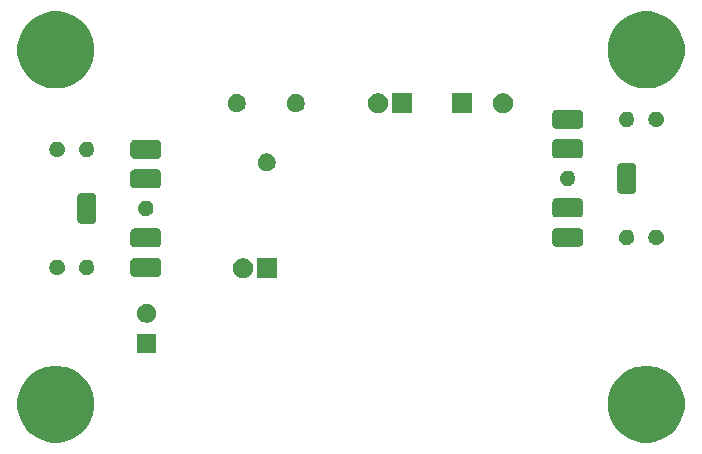
<source format=gbr>
G04 #@! TF.GenerationSoftware,KiCad,Pcbnew,(5.1.5-0-10_14)*
G04 #@! TF.CreationDate,2020-02-11T13:30:23+00:00*
G04 #@! TF.ProjectId,K1889054_A2000_01,4b313838-3930-4353-945f-41323030305f,1.0*
G04 #@! TF.SameCoordinates,Original*
G04 #@! TF.FileFunction,Soldermask,Bot*
G04 #@! TF.FilePolarity,Negative*
%FSLAX46Y46*%
G04 Gerber Fmt 4.6, Leading zero omitted, Abs format (unit mm)*
G04 Created by KiCad (PCBNEW (5.1.5-0-10_14)) date 2020-02-11 13:30:23*
%MOMM*%
%LPD*%
G04 APERTURE LIST*
%ADD10C,0.100000*%
G04 APERTURE END LIST*
D10*
G36*
X155634239Y-111811467D02*
G01*
X155948282Y-111873934D01*
X156539926Y-112119001D01*
X157072392Y-112474784D01*
X157525216Y-112927608D01*
X157880999Y-113460074D01*
X158126066Y-114051718D01*
X158251000Y-114679804D01*
X158251000Y-115320196D01*
X158126066Y-115948282D01*
X157880999Y-116539926D01*
X157525216Y-117072392D01*
X157072392Y-117525216D01*
X156539926Y-117880999D01*
X155948282Y-118126066D01*
X155634239Y-118188533D01*
X155320197Y-118251000D01*
X154679803Y-118251000D01*
X154365761Y-118188533D01*
X154051718Y-118126066D01*
X153460074Y-117880999D01*
X152927608Y-117525216D01*
X152474784Y-117072392D01*
X152119001Y-116539926D01*
X151873934Y-115948282D01*
X151749000Y-115320196D01*
X151749000Y-114679804D01*
X151873934Y-114051718D01*
X152119001Y-113460074D01*
X152474784Y-112927608D01*
X152927608Y-112474784D01*
X153460074Y-112119001D01*
X154051718Y-111873934D01*
X154365761Y-111811467D01*
X154679803Y-111749000D01*
X155320197Y-111749000D01*
X155634239Y-111811467D01*
G37*
G36*
X105634239Y-111811467D02*
G01*
X105948282Y-111873934D01*
X106539926Y-112119001D01*
X107072392Y-112474784D01*
X107525216Y-112927608D01*
X107880999Y-113460074D01*
X108126066Y-114051718D01*
X108251000Y-114679804D01*
X108251000Y-115320196D01*
X108126066Y-115948282D01*
X107880999Y-116539926D01*
X107525216Y-117072392D01*
X107072392Y-117525216D01*
X106539926Y-117880999D01*
X105948282Y-118126066D01*
X105634239Y-118188533D01*
X105320197Y-118251000D01*
X104679803Y-118251000D01*
X104365761Y-118188533D01*
X104051718Y-118126066D01*
X103460074Y-117880999D01*
X102927608Y-117525216D01*
X102474784Y-117072392D01*
X102119001Y-116539926D01*
X101873934Y-115948282D01*
X101749000Y-115320196D01*
X101749000Y-114679804D01*
X101873934Y-114051718D01*
X102119001Y-113460074D01*
X102474784Y-112927608D01*
X102927608Y-112474784D01*
X103460074Y-112119001D01*
X104051718Y-111873934D01*
X104365761Y-111811467D01*
X104679803Y-111749000D01*
X105320197Y-111749000D01*
X105634239Y-111811467D01*
G37*
G36*
X113513000Y-110653000D02*
G01*
X111887000Y-110653000D01*
X111887000Y-109027000D01*
X113513000Y-109027000D01*
X113513000Y-110653000D01*
G37*
G36*
X112937142Y-106518242D02*
G01*
X113085101Y-106579529D01*
X113218255Y-106668499D01*
X113331501Y-106781745D01*
X113420471Y-106914899D01*
X113481758Y-107062858D01*
X113513000Y-107219925D01*
X113513000Y-107380075D01*
X113481758Y-107537142D01*
X113420471Y-107685101D01*
X113331501Y-107818255D01*
X113218255Y-107931501D01*
X113085101Y-108020471D01*
X112937142Y-108081758D01*
X112780075Y-108113000D01*
X112619925Y-108113000D01*
X112462858Y-108081758D01*
X112314899Y-108020471D01*
X112181745Y-107931501D01*
X112068499Y-107818255D01*
X111979529Y-107685101D01*
X111918242Y-107537142D01*
X111887000Y-107380075D01*
X111887000Y-107219925D01*
X111918242Y-107062858D01*
X111979529Y-106914899D01*
X112068499Y-106781745D01*
X112181745Y-106668499D01*
X112314899Y-106579529D01*
X112462858Y-106518242D01*
X112619925Y-106487000D01*
X112780075Y-106487000D01*
X112937142Y-106518242D01*
G37*
G36*
X123711000Y-104341000D02*
G01*
X122009000Y-104341000D01*
X122009000Y-102639000D01*
X123711000Y-102639000D01*
X123711000Y-104341000D01*
G37*
G36*
X121108228Y-102671703D02*
G01*
X121263100Y-102735853D01*
X121402481Y-102828985D01*
X121521015Y-102947519D01*
X121614147Y-103086900D01*
X121678297Y-103241772D01*
X121711000Y-103406184D01*
X121711000Y-103573816D01*
X121678297Y-103738228D01*
X121614147Y-103893100D01*
X121521015Y-104032481D01*
X121402481Y-104151015D01*
X121263100Y-104244147D01*
X121108228Y-104308297D01*
X120943816Y-104341000D01*
X120776184Y-104341000D01*
X120611772Y-104308297D01*
X120456900Y-104244147D01*
X120317519Y-104151015D01*
X120198985Y-104032481D01*
X120105853Y-103893100D01*
X120041703Y-103738228D01*
X120009000Y-103573816D01*
X120009000Y-103406184D01*
X120041703Y-103241772D01*
X120105853Y-103086900D01*
X120198985Y-102947519D01*
X120317519Y-102828985D01*
X120456900Y-102735853D01*
X120611772Y-102671703D01*
X120776184Y-102639000D01*
X120943816Y-102639000D01*
X121108228Y-102671703D01*
G37*
G36*
X113648823Y-102616087D02*
G01*
X113712111Y-102635286D01*
X113770449Y-102666468D01*
X113821575Y-102708425D01*
X113863532Y-102759551D01*
X113894714Y-102817889D01*
X113913913Y-102881177D01*
X113921000Y-102953138D01*
X113921000Y-103866862D01*
X113913913Y-103938823D01*
X113894714Y-104002111D01*
X113863532Y-104060449D01*
X113821575Y-104111575D01*
X113770449Y-104153532D01*
X113712111Y-104184714D01*
X113648823Y-104203913D01*
X113576862Y-104211000D01*
X111663138Y-104211000D01*
X111591177Y-104203913D01*
X111527889Y-104184714D01*
X111469551Y-104153532D01*
X111418425Y-104111575D01*
X111376468Y-104060449D01*
X111345286Y-104002111D01*
X111326087Y-103938823D01*
X111319000Y-103866862D01*
X111319000Y-102953138D01*
X111326087Y-102881177D01*
X111345286Y-102817889D01*
X111376468Y-102759551D01*
X111418425Y-102708425D01*
X111469551Y-102666468D01*
X111527889Y-102635286D01*
X111591177Y-102616087D01*
X111663138Y-102609000D01*
X113576862Y-102609000D01*
X113648823Y-102616087D01*
G37*
G36*
X107809890Y-102784017D02*
G01*
X107918452Y-102828985D01*
X107928364Y-102833091D01*
X108034988Y-102904335D01*
X108125665Y-102995012D01*
X108196909Y-103101636D01*
X108245983Y-103220110D01*
X108271000Y-103345882D01*
X108271000Y-103474118D01*
X108245983Y-103599890D01*
X108196909Y-103718364D01*
X108125665Y-103824988D01*
X108034988Y-103915665D01*
X107928364Y-103986909D01*
X107928363Y-103986910D01*
X107928362Y-103986910D01*
X107809890Y-104035983D01*
X107684119Y-104061000D01*
X107555881Y-104061000D01*
X107430110Y-104035983D01*
X107311638Y-103986910D01*
X107311637Y-103986910D01*
X107311636Y-103986909D01*
X107205012Y-103915665D01*
X107114335Y-103824988D01*
X107043091Y-103718364D01*
X106994017Y-103599890D01*
X106969000Y-103474118D01*
X106969000Y-103345882D01*
X106994017Y-103220110D01*
X107043091Y-103101636D01*
X107114335Y-102995012D01*
X107205012Y-102904335D01*
X107311636Y-102833091D01*
X107321549Y-102828985D01*
X107430110Y-102784017D01*
X107555881Y-102759000D01*
X107684119Y-102759000D01*
X107809890Y-102784017D01*
G37*
G36*
X105309890Y-102784017D02*
G01*
X105418452Y-102828985D01*
X105428364Y-102833091D01*
X105534988Y-102904335D01*
X105625665Y-102995012D01*
X105696909Y-103101636D01*
X105745983Y-103220110D01*
X105771000Y-103345882D01*
X105771000Y-103474118D01*
X105745983Y-103599890D01*
X105696909Y-103718364D01*
X105625665Y-103824988D01*
X105534988Y-103915665D01*
X105428364Y-103986909D01*
X105428363Y-103986910D01*
X105428362Y-103986910D01*
X105309890Y-104035983D01*
X105184119Y-104061000D01*
X105055881Y-104061000D01*
X104930110Y-104035983D01*
X104811638Y-103986910D01*
X104811637Y-103986910D01*
X104811636Y-103986909D01*
X104705012Y-103915665D01*
X104614335Y-103824988D01*
X104543091Y-103718364D01*
X104494017Y-103599890D01*
X104469000Y-103474118D01*
X104469000Y-103345882D01*
X104494017Y-103220110D01*
X104543091Y-103101636D01*
X104614335Y-102995012D01*
X104705012Y-102904335D01*
X104811636Y-102833091D01*
X104821549Y-102828985D01*
X104930110Y-102784017D01*
X105055881Y-102759000D01*
X105184119Y-102759000D01*
X105309890Y-102784017D01*
G37*
G36*
X113648823Y-100116087D02*
G01*
X113712111Y-100135286D01*
X113770449Y-100166468D01*
X113821575Y-100208425D01*
X113863532Y-100259551D01*
X113894714Y-100317889D01*
X113913913Y-100381177D01*
X113921000Y-100453138D01*
X113921000Y-101366862D01*
X113913913Y-101438823D01*
X113894714Y-101502111D01*
X113863532Y-101560449D01*
X113821575Y-101611575D01*
X113770449Y-101653532D01*
X113712111Y-101684714D01*
X113648823Y-101703913D01*
X113576862Y-101711000D01*
X111663138Y-101711000D01*
X111591177Y-101703913D01*
X111527889Y-101684714D01*
X111469551Y-101653532D01*
X111418425Y-101611575D01*
X111376468Y-101560449D01*
X111345286Y-101502111D01*
X111326087Y-101438823D01*
X111319000Y-101366862D01*
X111319000Y-100453138D01*
X111326087Y-100381177D01*
X111345286Y-100317889D01*
X111376468Y-100259551D01*
X111418425Y-100208425D01*
X111469551Y-100166468D01*
X111527889Y-100135286D01*
X111591177Y-100116087D01*
X111663138Y-100109000D01*
X113576862Y-100109000D01*
X113648823Y-100116087D01*
G37*
G36*
X149368823Y-100076087D02*
G01*
X149432111Y-100095286D01*
X149490449Y-100126468D01*
X149541575Y-100168425D01*
X149583532Y-100219551D01*
X149614714Y-100277889D01*
X149633913Y-100341177D01*
X149641000Y-100413138D01*
X149641000Y-101326862D01*
X149633913Y-101398823D01*
X149614714Y-101462111D01*
X149583532Y-101520449D01*
X149541575Y-101571575D01*
X149490449Y-101613532D01*
X149432111Y-101644714D01*
X149368823Y-101663913D01*
X149296862Y-101671000D01*
X147383138Y-101671000D01*
X147311177Y-101663913D01*
X147247889Y-101644714D01*
X147189551Y-101613532D01*
X147138425Y-101571575D01*
X147096468Y-101520449D01*
X147065286Y-101462111D01*
X147046087Y-101398823D01*
X147039000Y-101326862D01*
X147039000Y-100413138D01*
X147046087Y-100341177D01*
X147065286Y-100277889D01*
X147096468Y-100219551D01*
X147138425Y-100168425D01*
X147189551Y-100126468D01*
X147247889Y-100095286D01*
X147311177Y-100076087D01*
X147383138Y-100069000D01*
X149296862Y-100069000D01*
X149368823Y-100076087D01*
G37*
G36*
X156029890Y-100244017D02*
G01*
X156111664Y-100277889D01*
X156148364Y-100293091D01*
X156254988Y-100364335D01*
X156345665Y-100455012D01*
X156416909Y-100561636D01*
X156465983Y-100680110D01*
X156491000Y-100805882D01*
X156491000Y-100934118D01*
X156465983Y-101059890D01*
X156416909Y-101178364D01*
X156345665Y-101284988D01*
X156254988Y-101375665D01*
X156148364Y-101446909D01*
X156148363Y-101446910D01*
X156148362Y-101446910D01*
X156029890Y-101495983D01*
X155904119Y-101521000D01*
X155775881Y-101521000D01*
X155650110Y-101495983D01*
X155531638Y-101446910D01*
X155531637Y-101446910D01*
X155531636Y-101446909D01*
X155425012Y-101375665D01*
X155334335Y-101284988D01*
X155263091Y-101178364D01*
X155214017Y-101059890D01*
X155189000Y-100934118D01*
X155189000Y-100805882D01*
X155214017Y-100680110D01*
X155263091Y-100561636D01*
X155334335Y-100455012D01*
X155425012Y-100364335D01*
X155531636Y-100293091D01*
X155568337Y-100277889D01*
X155650110Y-100244017D01*
X155775881Y-100219000D01*
X155904119Y-100219000D01*
X156029890Y-100244017D01*
G37*
G36*
X153529890Y-100244017D02*
G01*
X153611664Y-100277889D01*
X153648364Y-100293091D01*
X153754988Y-100364335D01*
X153845665Y-100455012D01*
X153916909Y-100561636D01*
X153965983Y-100680110D01*
X153991000Y-100805882D01*
X153991000Y-100934118D01*
X153965983Y-101059890D01*
X153916909Y-101178364D01*
X153845665Y-101284988D01*
X153754988Y-101375665D01*
X153648364Y-101446909D01*
X153648363Y-101446910D01*
X153648362Y-101446910D01*
X153529890Y-101495983D01*
X153404119Y-101521000D01*
X153275881Y-101521000D01*
X153150110Y-101495983D01*
X153031638Y-101446910D01*
X153031637Y-101446910D01*
X153031636Y-101446909D01*
X152925012Y-101375665D01*
X152834335Y-101284988D01*
X152763091Y-101178364D01*
X152714017Y-101059890D01*
X152689000Y-100934118D01*
X152689000Y-100805882D01*
X152714017Y-100680110D01*
X152763091Y-100561636D01*
X152834335Y-100455012D01*
X152925012Y-100364335D01*
X153031636Y-100293091D01*
X153068337Y-100277889D01*
X153150110Y-100244017D01*
X153275881Y-100219000D01*
X153404119Y-100219000D01*
X153529890Y-100244017D01*
G37*
G36*
X108148823Y-97116087D02*
G01*
X108212111Y-97135286D01*
X108270449Y-97166468D01*
X108321575Y-97208425D01*
X108363532Y-97259551D01*
X108394714Y-97317889D01*
X108413913Y-97381177D01*
X108421000Y-97453138D01*
X108421000Y-99366862D01*
X108413913Y-99438823D01*
X108394714Y-99502111D01*
X108363532Y-99560449D01*
X108321575Y-99611575D01*
X108270449Y-99653532D01*
X108212111Y-99684714D01*
X108148823Y-99703913D01*
X108076862Y-99711000D01*
X107163138Y-99711000D01*
X107091177Y-99703913D01*
X107027889Y-99684714D01*
X106969551Y-99653532D01*
X106918425Y-99611575D01*
X106876468Y-99560449D01*
X106845286Y-99502111D01*
X106826087Y-99438823D01*
X106819000Y-99366862D01*
X106819000Y-97453138D01*
X106826087Y-97381177D01*
X106845286Y-97317889D01*
X106876468Y-97259551D01*
X106918425Y-97208425D01*
X106969551Y-97166468D01*
X107027889Y-97135286D01*
X107091177Y-97116087D01*
X107163138Y-97109000D01*
X108076862Y-97109000D01*
X108148823Y-97116087D01*
G37*
G36*
X149368823Y-97576087D02*
G01*
X149432111Y-97595286D01*
X149490449Y-97626468D01*
X149541575Y-97668425D01*
X149583532Y-97719551D01*
X149614714Y-97777889D01*
X149633913Y-97841177D01*
X149641000Y-97913138D01*
X149641000Y-98826862D01*
X149633913Y-98898823D01*
X149614714Y-98962111D01*
X149583532Y-99020449D01*
X149541575Y-99071575D01*
X149490449Y-99113532D01*
X149432111Y-99144714D01*
X149368823Y-99163913D01*
X149296862Y-99171000D01*
X147383138Y-99171000D01*
X147311177Y-99163913D01*
X147247889Y-99144714D01*
X147189551Y-99113532D01*
X147138425Y-99071575D01*
X147096468Y-99020449D01*
X147065286Y-98962111D01*
X147046087Y-98898823D01*
X147039000Y-98826862D01*
X147039000Y-97913138D01*
X147046087Y-97841177D01*
X147065286Y-97777889D01*
X147096468Y-97719551D01*
X147138425Y-97668425D01*
X147189551Y-97626468D01*
X147247889Y-97595286D01*
X147311177Y-97576087D01*
X147383138Y-97569000D01*
X149296862Y-97569000D01*
X149368823Y-97576087D01*
G37*
G36*
X112809890Y-97784017D02*
G01*
X112887671Y-97816235D01*
X112928364Y-97833091D01*
X113034988Y-97904335D01*
X113125665Y-97995012D01*
X113196909Y-98101636D01*
X113245983Y-98220110D01*
X113271000Y-98345882D01*
X113271000Y-98474118D01*
X113245983Y-98599890D01*
X113196909Y-98718364D01*
X113125665Y-98824988D01*
X113034988Y-98915665D01*
X112928364Y-98986909D01*
X112928363Y-98986910D01*
X112928362Y-98986910D01*
X112809890Y-99035983D01*
X112684119Y-99061000D01*
X112555881Y-99061000D01*
X112430110Y-99035983D01*
X112311638Y-98986910D01*
X112311637Y-98986910D01*
X112311636Y-98986909D01*
X112205012Y-98915665D01*
X112114335Y-98824988D01*
X112043091Y-98718364D01*
X111994017Y-98599890D01*
X111969000Y-98474118D01*
X111969000Y-98345882D01*
X111994017Y-98220110D01*
X112043091Y-98101636D01*
X112114335Y-97995012D01*
X112205012Y-97904335D01*
X112311636Y-97833091D01*
X112352330Y-97816235D01*
X112430110Y-97784017D01*
X112555881Y-97759000D01*
X112684119Y-97759000D01*
X112809890Y-97784017D01*
G37*
G36*
X153868823Y-94576087D02*
G01*
X153932111Y-94595286D01*
X153990449Y-94626468D01*
X154041575Y-94668425D01*
X154083532Y-94719551D01*
X154114714Y-94777889D01*
X154133913Y-94841177D01*
X154141000Y-94913138D01*
X154141000Y-96826862D01*
X154133913Y-96898823D01*
X154114714Y-96962111D01*
X154083532Y-97020449D01*
X154041575Y-97071575D01*
X153990449Y-97113532D01*
X153932111Y-97144714D01*
X153868823Y-97163913D01*
X153796862Y-97171000D01*
X152883138Y-97171000D01*
X152811177Y-97163913D01*
X152747889Y-97144714D01*
X152689551Y-97113532D01*
X152638425Y-97071575D01*
X152596468Y-97020449D01*
X152565286Y-96962111D01*
X152546087Y-96898823D01*
X152539000Y-96826862D01*
X152539000Y-94913138D01*
X152546087Y-94841177D01*
X152565286Y-94777889D01*
X152596468Y-94719551D01*
X152638425Y-94668425D01*
X152689551Y-94626468D01*
X152747889Y-94595286D01*
X152811177Y-94576087D01*
X152883138Y-94569000D01*
X153796862Y-94569000D01*
X153868823Y-94576087D01*
G37*
G36*
X113648823Y-95116087D02*
G01*
X113712111Y-95135286D01*
X113770449Y-95166468D01*
X113821575Y-95208425D01*
X113863532Y-95259551D01*
X113894714Y-95317889D01*
X113913913Y-95381177D01*
X113921000Y-95453138D01*
X113921000Y-96366862D01*
X113913913Y-96438823D01*
X113894714Y-96502111D01*
X113863532Y-96560449D01*
X113821575Y-96611575D01*
X113770449Y-96653532D01*
X113712111Y-96684714D01*
X113648823Y-96703913D01*
X113576862Y-96711000D01*
X111663138Y-96711000D01*
X111591177Y-96703913D01*
X111527889Y-96684714D01*
X111469551Y-96653532D01*
X111418425Y-96611575D01*
X111376468Y-96560449D01*
X111345286Y-96502111D01*
X111326087Y-96438823D01*
X111319000Y-96366862D01*
X111319000Y-95453138D01*
X111326087Y-95381177D01*
X111345286Y-95317889D01*
X111376468Y-95259551D01*
X111418425Y-95208425D01*
X111469551Y-95166468D01*
X111527889Y-95135286D01*
X111591177Y-95116087D01*
X111663138Y-95109000D01*
X113576862Y-95109000D01*
X113648823Y-95116087D01*
G37*
G36*
X148440839Y-95226304D02*
G01*
X148529890Y-95244017D01*
X148648364Y-95293091D01*
X148754988Y-95364335D01*
X148845665Y-95455012D01*
X148916909Y-95561636D01*
X148965983Y-95680110D01*
X148991000Y-95805882D01*
X148991000Y-95934118D01*
X148965983Y-96059890D01*
X148916909Y-96178364D01*
X148845665Y-96284988D01*
X148754988Y-96375665D01*
X148648364Y-96446909D01*
X148648363Y-96446910D01*
X148648362Y-96446910D01*
X148529890Y-96495983D01*
X148404119Y-96521000D01*
X148275881Y-96521000D01*
X148150110Y-96495983D01*
X148031638Y-96446910D01*
X148031637Y-96446910D01*
X148031636Y-96446909D01*
X147925012Y-96375665D01*
X147834335Y-96284988D01*
X147763091Y-96178364D01*
X147714017Y-96059890D01*
X147689000Y-95934118D01*
X147689000Y-95805882D01*
X147714017Y-95680110D01*
X147763091Y-95561636D01*
X147834335Y-95455012D01*
X147925012Y-95364335D01*
X148031636Y-95293091D01*
X148150110Y-95244017D01*
X148239161Y-95226304D01*
X148275881Y-95219000D01*
X148404119Y-95219000D01*
X148440839Y-95226304D01*
G37*
G36*
X122985589Y-93758876D02*
G01*
X123084893Y-93778629D01*
X123225206Y-93836748D01*
X123351484Y-93921125D01*
X123458875Y-94028516D01*
X123543252Y-94154794D01*
X123601371Y-94295107D01*
X123631000Y-94444063D01*
X123631000Y-94595937D01*
X123601371Y-94744893D01*
X123543252Y-94885206D01*
X123458875Y-95011484D01*
X123351484Y-95118875D01*
X123225206Y-95203252D01*
X123084893Y-95261371D01*
X122985589Y-95281124D01*
X122935938Y-95291000D01*
X122784062Y-95291000D01*
X122734411Y-95281124D01*
X122635107Y-95261371D01*
X122494794Y-95203252D01*
X122368516Y-95118875D01*
X122261125Y-95011484D01*
X122176748Y-94885206D01*
X122118629Y-94744893D01*
X122089000Y-94595937D01*
X122089000Y-94444063D01*
X122118629Y-94295107D01*
X122176748Y-94154794D01*
X122261125Y-94028516D01*
X122368516Y-93921125D01*
X122494794Y-93836748D01*
X122635107Y-93778629D01*
X122734411Y-93758876D01*
X122784062Y-93749000D01*
X122935938Y-93749000D01*
X122985589Y-93758876D01*
G37*
G36*
X113648823Y-92616087D02*
G01*
X113712111Y-92635286D01*
X113770449Y-92666468D01*
X113821575Y-92708425D01*
X113863532Y-92759551D01*
X113894714Y-92817889D01*
X113913913Y-92881177D01*
X113921000Y-92953138D01*
X113921000Y-93866862D01*
X113913913Y-93938823D01*
X113894714Y-94002111D01*
X113863532Y-94060449D01*
X113821575Y-94111575D01*
X113770449Y-94153532D01*
X113712111Y-94184714D01*
X113648823Y-94203913D01*
X113576862Y-94211000D01*
X111663138Y-94211000D01*
X111591177Y-94203913D01*
X111527889Y-94184714D01*
X111469551Y-94153532D01*
X111418425Y-94111575D01*
X111376468Y-94060449D01*
X111345286Y-94002111D01*
X111326087Y-93938823D01*
X111319000Y-93866862D01*
X111319000Y-92953138D01*
X111326087Y-92881177D01*
X111345286Y-92817889D01*
X111376468Y-92759551D01*
X111418425Y-92708425D01*
X111469551Y-92666468D01*
X111527889Y-92635286D01*
X111591177Y-92616087D01*
X111663138Y-92609000D01*
X113576862Y-92609000D01*
X113648823Y-92616087D01*
G37*
G36*
X149368823Y-92576087D02*
G01*
X149432111Y-92595286D01*
X149490449Y-92626468D01*
X149541575Y-92668425D01*
X149583532Y-92719551D01*
X149614714Y-92777889D01*
X149633913Y-92841177D01*
X149641000Y-92913138D01*
X149641000Y-93826862D01*
X149633913Y-93898823D01*
X149614714Y-93962111D01*
X149583532Y-94020449D01*
X149541575Y-94071575D01*
X149490449Y-94113532D01*
X149432111Y-94144714D01*
X149368823Y-94163913D01*
X149296862Y-94171000D01*
X147383138Y-94171000D01*
X147311177Y-94163913D01*
X147247889Y-94144714D01*
X147189551Y-94113532D01*
X147138425Y-94071575D01*
X147096468Y-94020449D01*
X147065286Y-93962111D01*
X147046087Y-93898823D01*
X147039000Y-93826862D01*
X147039000Y-92913138D01*
X147046087Y-92841177D01*
X147065286Y-92777889D01*
X147096468Y-92719551D01*
X147138425Y-92668425D01*
X147189551Y-92626468D01*
X147247889Y-92595286D01*
X147311177Y-92576087D01*
X147383138Y-92569000D01*
X149296862Y-92569000D01*
X149368823Y-92576087D01*
G37*
G36*
X107809890Y-92784017D02*
G01*
X107891664Y-92817889D01*
X107928364Y-92833091D01*
X108034988Y-92904335D01*
X108125665Y-92995012D01*
X108196909Y-93101636D01*
X108245983Y-93220110D01*
X108271000Y-93345882D01*
X108271000Y-93474118D01*
X108245983Y-93599890D01*
X108196909Y-93718364D01*
X108125665Y-93824988D01*
X108034988Y-93915665D01*
X107928364Y-93986909D01*
X107928363Y-93986910D01*
X107928362Y-93986910D01*
X107809890Y-94035983D01*
X107684119Y-94061000D01*
X107555881Y-94061000D01*
X107430110Y-94035983D01*
X107311638Y-93986910D01*
X107311637Y-93986910D01*
X107311636Y-93986909D01*
X107205012Y-93915665D01*
X107114335Y-93824988D01*
X107043091Y-93718364D01*
X106994017Y-93599890D01*
X106969000Y-93474118D01*
X106969000Y-93345882D01*
X106994017Y-93220110D01*
X107043091Y-93101636D01*
X107114335Y-92995012D01*
X107205012Y-92904335D01*
X107311636Y-92833091D01*
X107348337Y-92817889D01*
X107430110Y-92784017D01*
X107555881Y-92759000D01*
X107684119Y-92759000D01*
X107809890Y-92784017D01*
G37*
G36*
X105309890Y-92784017D02*
G01*
X105391664Y-92817889D01*
X105428364Y-92833091D01*
X105534988Y-92904335D01*
X105625665Y-92995012D01*
X105696909Y-93101636D01*
X105745983Y-93220110D01*
X105771000Y-93345882D01*
X105771000Y-93474118D01*
X105745983Y-93599890D01*
X105696909Y-93718364D01*
X105625665Y-93824988D01*
X105534988Y-93915665D01*
X105428364Y-93986909D01*
X105428363Y-93986910D01*
X105428362Y-93986910D01*
X105309890Y-94035983D01*
X105184119Y-94061000D01*
X105055881Y-94061000D01*
X104930110Y-94035983D01*
X104811638Y-93986910D01*
X104811637Y-93986910D01*
X104811636Y-93986909D01*
X104705012Y-93915665D01*
X104614335Y-93824988D01*
X104543091Y-93718364D01*
X104494017Y-93599890D01*
X104469000Y-93474118D01*
X104469000Y-93345882D01*
X104494017Y-93220110D01*
X104543091Y-93101636D01*
X104614335Y-92995012D01*
X104705012Y-92904335D01*
X104811636Y-92833091D01*
X104848337Y-92817889D01*
X104930110Y-92784017D01*
X105055881Y-92759000D01*
X105184119Y-92759000D01*
X105309890Y-92784017D01*
G37*
G36*
X149368823Y-90076087D02*
G01*
X149432111Y-90095286D01*
X149490449Y-90126468D01*
X149541575Y-90168425D01*
X149583532Y-90219551D01*
X149614714Y-90277889D01*
X149633913Y-90341177D01*
X149641000Y-90413138D01*
X149641000Y-91326862D01*
X149633913Y-91398823D01*
X149614714Y-91462111D01*
X149583532Y-91520449D01*
X149541575Y-91571575D01*
X149490449Y-91613532D01*
X149432111Y-91644714D01*
X149368823Y-91663913D01*
X149296862Y-91671000D01*
X147383138Y-91671000D01*
X147311177Y-91663913D01*
X147247889Y-91644714D01*
X147189551Y-91613532D01*
X147138425Y-91571575D01*
X147096468Y-91520449D01*
X147065286Y-91462111D01*
X147046087Y-91398823D01*
X147039000Y-91326862D01*
X147039000Y-90413138D01*
X147046087Y-90341177D01*
X147065286Y-90277889D01*
X147096468Y-90219551D01*
X147138425Y-90168425D01*
X147189551Y-90126468D01*
X147247889Y-90095286D01*
X147311177Y-90076087D01*
X147383138Y-90069000D01*
X149296862Y-90069000D01*
X149368823Y-90076087D01*
G37*
G36*
X153529890Y-90244017D02*
G01*
X153611664Y-90277889D01*
X153648364Y-90293091D01*
X153754988Y-90364335D01*
X153845665Y-90455012D01*
X153916909Y-90561636D01*
X153965983Y-90680110D01*
X153991000Y-90805882D01*
X153991000Y-90934118D01*
X153965983Y-91059890D01*
X153916909Y-91178364D01*
X153845665Y-91284988D01*
X153754988Y-91375665D01*
X153648364Y-91446909D01*
X153648363Y-91446910D01*
X153648362Y-91446910D01*
X153529890Y-91495983D01*
X153404119Y-91521000D01*
X153275881Y-91521000D01*
X153150110Y-91495983D01*
X153031638Y-91446910D01*
X153031637Y-91446910D01*
X153031636Y-91446909D01*
X152925012Y-91375665D01*
X152834335Y-91284988D01*
X152763091Y-91178364D01*
X152714017Y-91059890D01*
X152689000Y-90934118D01*
X152689000Y-90805882D01*
X152714017Y-90680110D01*
X152763091Y-90561636D01*
X152834335Y-90455012D01*
X152925012Y-90364335D01*
X153031636Y-90293091D01*
X153068337Y-90277889D01*
X153150110Y-90244017D01*
X153275881Y-90219000D01*
X153404119Y-90219000D01*
X153529890Y-90244017D01*
G37*
G36*
X156029890Y-90244017D02*
G01*
X156111664Y-90277889D01*
X156148364Y-90293091D01*
X156254988Y-90364335D01*
X156345665Y-90455012D01*
X156416909Y-90561636D01*
X156465983Y-90680110D01*
X156491000Y-90805882D01*
X156491000Y-90934118D01*
X156465983Y-91059890D01*
X156416909Y-91178364D01*
X156345665Y-91284988D01*
X156254988Y-91375665D01*
X156148364Y-91446909D01*
X156148363Y-91446910D01*
X156148362Y-91446910D01*
X156029890Y-91495983D01*
X155904119Y-91521000D01*
X155775881Y-91521000D01*
X155650110Y-91495983D01*
X155531638Y-91446910D01*
X155531637Y-91446910D01*
X155531636Y-91446909D01*
X155425012Y-91375665D01*
X155334335Y-91284988D01*
X155263091Y-91178364D01*
X155214017Y-91059890D01*
X155189000Y-90934118D01*
X155189000Y-90805882D01*
X155214017Y-90680110D01*
X155263091Y-90561636D01*
X155334335Y-90455012D01*
X155425012Y-90364335D01*
X155531636Y-90293091D01*
X155568337Y-90277889D01*
X155650110Y-90244017D01*
X155775881Y-90219000D01*
X155904119Y-90219000D01*
X156029890Y-90244017D01*
G37*
G36*
X140221000Y-90371000D02*
G01*
X138519000Y-90371000D01*
X138519000Y-88669000D01*
X140221000Y-88669000D01*
X140221000Y-90371000D01*
G37*
G36*
X143118228Y-88701703D02*
G01*
X143273100Y-88765853D01*
X143412481Y-88858985D01*
X143531015Y-88977519D01*
X143624147Y-89116900D01*
X143688297Y-89271772D01*
X143721000Y-89436184D01*
X143721000Y-89603816D01*
X143688297Y-89768228D01*
X143624147Y-89923100D01*
X143531015Y-90062481D01*
X143412481Y-90181015D01*
X143273100Y-90274147D01*
X143118228Y-90338297D01*
X142953816Y-90371000D01*
X142786184Y-90371000D01*
X142621772Y-90338297D01*
X142466900Y-90274147D01*
X142327519Y-90181015D01*
X142208985Y-90062481D01*
X142115853Y-89923100D01*
X142051703Y-89768228D01*
X142019000Y-89603816D01*
X142019000Y-89436184D01*
X142051703Y-89271772D01*
X142115853Y-89116900D01*
X142208985Y-88977519D01*
X142327519Y-88858985D01*
X142466900Y-88765853D01*
X142621772Y-88701703D01*
X142786184Y-88669000D01*
X142953816Y-88669000D01*
X143118228Y-88701703D01*
G37*
G36*
X132538228Y-88701703D02*
G01*
X132693100Y-88765853D01*
X132832481Y-88858985D01*
X132951015Y-88977519D01*
X133044147Y-89116900D01*
X133108297Y-89271772D01*
X133141000Y-89436184D01*
X133141000Y-89603816D01*
X133108297Y-89768228D01*
X133044147Y-89923100D01*
X132951015Y-90062481D01*
X132832481Y-90181015D01*
X132693100Y-90274147D01*
X132538228Y-90338297D01*
X132373816Y-90371000D01*
X132206184Y-90371000D01*
X132041772Y-90338297D01*
X131886900Y-90274147D01*
X131747519Y-90181015D01*
X131628985Y-90062481D01*
X131535853Y-89923100D01*
X131471703Y-89768228D01*
X131439000Y-89603816D01*
X131439000Y-89436184D01*
X131471703Y-89271772D01*
X131535853Y-89116900D01*
X131628985Y-88977519D01*
X131747519Y-88858985D01*
X131886900Y-88765853D01*
X132041772Y-88701703D01*
X132206184Y-88669000D01*
X132373816Y-88669000D01*
X132538228Y-88701703D01*
G37*
G36*
X135141000Y-90371000D02*
G01*
X133439000Y-90371000D01*
X133439000Y-88669000D01*
X135141000Y-88669000D01*
X135141000Y-90371000D01*
G37*
G36*
X120445589Y-88758876D02*
G01*
X120544893Y-88778629D01*
X120685206Y-88836748D01*
X120811484Y-88921125D01*
X120918875Y-89028516D01*
X121003252Y-89154794D01*
X121061371Y-89295107D01*
X121091000Y-89444063D01*
X121091000Y-89595937D01*
X121061371Y-89744893D01*
X121003252Y-89885206D01*
X120918875Y-90011484D01*
X120811484Y-90118875D01*
X120685206Y-90203252D01*
X120544893Y-90261371D01*
X120480663Y-90274147D01*
X120395938Y-90291000D01*
X120244062Y-90291000D01*
X120159337Y-90274147D01*
X120095107Y-90261371D01*
X119954794Y-90203252D01*
X119828516Y-90118875D01*
X119721125Y-90011484D01*
X119636748Y-89885206D01*
X119578629Y-89744893D01*
X119549000Y-89595937D01*
X119549000Y-89444063D01*
X119578629Y-89295107D01*
X119636748Y-89154794D01*
X119721125Y-89028516D01*
X119828516Y-88921125D01*
X119954794Y-88836748D01*
X120095107Y-88778629D01*
X120194411Y-88758876D01*
X120244062Y-88749000D01*
X120395938Y-88749000D01*
X120445589Y-88758876D01*
G37*
G36*
X125445589Y-88758876D02*
G01*
X125544893Y-88778629D01*
X125685206Y-88836748D01*
X125811484Y-88921125D01*
X125918875Y-89028516D01*
X126003252Y-89154794D01*
X126061371Y-89295107D01*
X126091000Y-89444063D01*
X126091000Y-89595937D01*
X126061371Y-89744893D01*
X126003252Y-89885206D01*
X125918875Y-90011484D01*
X125811484Y-90118875D01*
X125685206Y-90203252D01*
X125544893Y-90261371D01*
X125480663Y-90274147D01*
X125395938Y-90291000D01*
X125244062Y-90291000D01*
X125159337Y-90274147D01*
X125095107Y-90261371D01*
X124954794Y-90203252D01*
X124828516Y-90118875D01*
X124721125Y-90011484D01*
X124636748Y-89885206D01*
X124578629Y-89744893D01*
X124549000Y-89595937D01*
X124549000Y-89444063D01*
X124578629Y-89295107D01*
X124636748Y-89154794D01*
X124721125Y-89028516D01*
X124828516Y-88921125D01*
X124954794Y-88836748D01*
X125095107Y-88778629D01*
X125194411Y-88758876D01*
X125244062Y-88749000D01*
X125395938Y-88749000D01*
X125445589Y-88758876D01*
G37*
G36*
X105634239Y-81811467D02*
G01*
X105948282Y-81873934D01*
X106539926Y-82119001D01*
X107072392Y-82474784D01*
X107525216Y-82927608D01*
X107880999Y-83460074D01*
X108126066Y-84051718D01*
X108251000Y-84679804D01*
X108251000Y-85320196D01*
X108126066Y-85948282D01*
X107880999Y-86539926D01*
X107525216Y-87072392D01*
X107072392Y-87525216D01*
X106539926Y-87880999D01*
X105948282Y-88126066D01*
X105634239Y-88188533D01*
X105320197Y-88251000D01*
X104679803Y-88251000D01*
X104365761Y-88188533D01*
X104051718Y-88126066D01*
X103460074Y-87880999D01*
X102927608Y-87525216D01*
X102474784Y-87072392D01*
X102119001Y-86539926D01*
X101873934Y-85948282D01*
X101749000Y-85320196D01*
X101749000Y-84679804D01*
X101873934Y-84051718D01*
X102119001Y-83460074D01*
X102474784Y-82927608D01*
X102927608Y-82474784D01*
X103460074Y-82119001D01*
X104051718Y-81873934D01*
X104365761Y-81811467D01*
X104679803Y-81749000D01*
X105320197Y-81749000D01*
X105634239Y-81811467D01*
G37*
G36*
X155634239Y-81811467D02*
G01*
X155948282Y-81873934D01*
X156539926Y-82119001D01*
X157072392Y-82474784D01*
X157525216Y-82927608D01*
X157880999Y-83460074D01*
X158126066Y-84051718D01*
X158251000Y-84679804D01*
X158251000Y-85320196D01*
X158126066Y-85948282D01*
X157880999Y-86539926D01*
X157525216Y-87072392D01*
X157072392Y-87525216D01*
X156539926Y-87880999D01*
X155948282Y-88126066D01*
X155634239Y-88188533D01*
X155320197Y-88251000D01*
X154679803Y-88251000D01*
X154365761Y-88188533D01*
X154051718Y-88126066D01*
X153460074Y-87880999D01*
X152927608Y-87525216D01*
X152474784Y-87072392D01*
X152119001Y-86539926D01*
X151873934Y-85948282D01*
X151749000Y-85320196D01*
X151749000Y-84679804D01*
X151873934Y-84051718D01*
X152119001Y-83460074D01*
X152474784Y-82927608D01*
X152927608Y-82474784D01*
X153460074Y-82119001D01*
X154051718Y-81873934D01*
X154365761Y-81811467D01*
X154679803Y-81749000D01*
X155320197Y-81749000D01*
X155634239Y-81811467D01*
G37*
M02*

</source>
